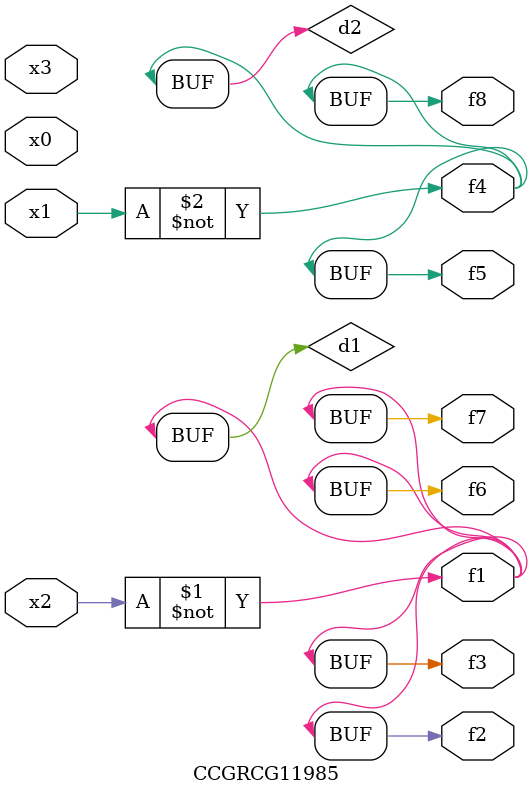
<source format=v>
module CCGRCG11985(
	input x0, x1, x2, x3,
	output f1, f2, f3, f4, f5, f6, f7, f8
);

	wire d1, d2;

	xnor (d1, x2);
	not (d2, x1);
	assign f1 = d1;
	assign f2 = d1;
	assign f3 = d1;
	assign f4 = d2;
	assign f5 = d2;
	assign f6 = d1;
	assign f7 = d1;
	assign f8 = d2;
endmodule

</source>
